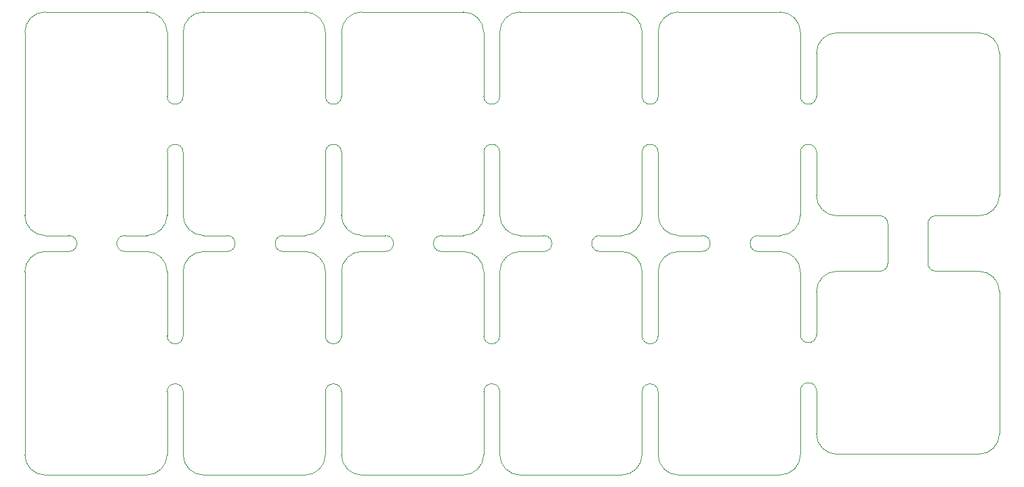
<source format=gbr>
%TF.GenerationSoftware,KiCad,Pcbnew,(6.0.2)*%
%TF.CreationDate,2022-03-22T07:25:02-04:00*%
%TF.ProjectId,Panel_Design_1,50616e65-6c5f-4446-9573-69676e5f312e,rev?*%
%TF.SameCoordinates,Original*%
%TF.FileFunction,Profile,NP*%
%FSLAX46Y46*%
G04 Gerber Fmt 4.6, Leading zero omitted, Abs format (unit mm)*
G04 Created by KiCad (PCBNEW (6.0.2)) date 2022-03-22 07:25:02*
%MOMM*%
%LPD*%
G01*
G04 APERTURE LIST*
%TA.AperFunction,Profile*%
%ADD10C,0.100000*%
%TD*%
G04 APERTURE END LIST*
D10*
X99980001Y-46260001D02*
X99980000Y-38400000D01*
X42639999Y-46260001D02*
G75*
G03*
X45179999Y-48800001I2540001J1D01*
G01*
X42640000Y-38400000D02*
G75*
G03*
X40640000Y-38400000I-1000000J0D01*
G01*
X57880001Y-48800001D02*
G75*
G03*
X60420001Y-46260001I-1J2540001D01*
G01*
X121760001Y-38399999D02*
X121760001Y-43790000D01*
X45179999Y-48800001D02*
X48140000Y-48800000D01*
X82199999Y-46260001D02*
G75*
G03*
X84739999Y-48800001I2540001J1D01*
G01*
X136690001Y-46329999D02*
X142080002Y-46329999D01*
X42640000Y-61340000D02*
X42640000Y-53340000D01*
X99980001Y-53339999D02*
G75*
G03*
X97440001Y-50799999I-2540001J-1D01*
G01*
X62419999Y-76200001D02*
G75*
G03*
X64959999Y-78740001I2540001J1D01*
G01*
X64959999Y-78740001D02*
X77660001Y-78740001D01*
X80200000Y-61340000D02*
G75*
G03*
X82200000Y-61340000I1000000J0D01*
G01*
X94700000Y-48800000D02*
X97440001Y-48800001D01*
X119760001Y-61200001D02*
X119760001Y-53339999D01*
X25400000Y-50800000D02*
G75*
G03*
X22860000Y-53340000I1J-2540001D01*
G01*
X99980000Y-31400000D02*
X99980001Y-23399999D01*
X84740000Y-20860000D02*
X97440001Y-20859999D01*
X62420000Y-61340000D02*
X62420000Y-53340000D01*
X119760001Y-31399999D02*
G75*
G03*
X121760001Y-31399999I1000000J0D01*
G01*
X64960000Y-20860000D02*
G75*
G03*
X62420000Y-23400000I1J-2540001D01*
G01*
X62420000Y-68340000D02*
G75*
G03*
X60420000Y-68340000I-1000000J0D01*
G01*
X64960000Y-50800000D02*
G75*
G03*
X62420000Y-53340000I1J-2540001D01*
G01*
X94700000Y-50800000D02*
X97440001Y-50799999D01*
X135690001Y-52270001D02*
X135690001Y-47329999D01*
X80200000Y-31400000D02*
X80200001Y-23399999D01*
X130690001Y-47329999D02*
G75*
G03*
X129690001Y-46329999I-999999J1D01*
G01*
X67920000Y-50800000D02*
G75*
G03*
X67920000Y-48800000I0J1000000D01*
G01*
X142080001Y-76130001D02*
G75*
G03*
X144620001Y-73590001I-1J2540001D01*
G01*
X119760001Y-61200001D02*
G75*
G03*
X121760001Y-61200001I1000000J0D01*
G01*
X114480000Y-48800000D02*
X117220001Y-48800001D01*
X101980000Y-38400000D02*
X101980000Y-46260000D01*
X135690001Y-52270001D02*
G75*
G03*
X136690001Y-53270001I999999J-1D01*
G01*
X101980000Y-68340000D02*
G75*
G03*
X99980000Y-68340000I-1000000J0D01*
G01*
X119760001Y-76200001D02*
X119760001Y-68200001D01*
X62419999Y-46260001D02*
G75*
G03*
X64959999Y-48800001I2540001J1D01*
G01*
X60420001Y-53339999D02*
G75*
G03*
X57880001Y-50799999I-2540001J-1D01*
G01*
X82200000Y-38400000D02*
G75*
G03*
X80200000Y-38400000I-1000000J0D01*
G01*
X97440001Y-48800001D02*
G75*
G03*
X99980001Y-46260001I-1J2540001D01*
G01*
X64960000Y-20860000D02*
X77660001Y-20859999D01*
X82200000Y-68340000D02*
X82200000Y-76200000D01*
X124300001Y-76130001D02*
X142080001Y-76130001D01*
X121760001Y-68200001D02*
G75*
G03*
X119760001Y-68200001I-1000000J0D01*
G01*
X25400000Y-20860000D02*
X38100001Y-20859999D01*
X87700000Y-50800000D02*
G75*
G03*
X87700000Y-48800000I0J1000000D01*
G01*
X114480000Y-50800000D02*
X117220001Y-50799999D01*
X40640001Y-46260001D02*
X40640000Y-38400000D01*
X60420000Y-61340000D02*
X60420001Y-53339999D01*
X40640000Y-31400000D02*
G75*
G03*
X42640000Y-31400000I1000000J0D01*
G01*
X80200001Y-23399999D02*
G75*
G03*
X77660001Y-20859999I-2540001J-1D01*
G01*
X136690001Y-53270001D02*
X142080001Y-53270001D01*
X101980000Y-38400000D02*
G75*
G03*
X99980000Y-38400000I-1000000J0D01*
G01*
X99980001Y-23399999D02*
G75*
G03*
X97440001Y-20859999I-2540001J-1D01*
G01*
X80200000Y-31400000D02*
G75*
G03*
X82200000Y-31400000I1000000J0D01*
G01*
X28360000Y-50800000D02*
G75*
G03*
X28360000Y-48800000I0J1000000D01*
G01*
X40640000Y-31400000D02*
X40640001Y-23399999D01*
X25399999Y-48800001D02*
X28360000Y-48800000D01*
X42640000Y-68340000D02*
X42640000Y-76200000D01*
X60420001Y-46260001D02*
X60420000Y-38400000D01*
X82200000Y-31400000D02*
X82200000Y-23400000D01*
X40640000Y-68340000D02*
X40640001Y-76200001D01*
X144620001Y-73590001D02*
X144620001Y-55810001D01*
X124300002Y-23469999D02*
G75*
G03*
X121760002Y-26009999I1J-2540001D01*
G01*
X25400000Y-20860000D02*
G75*
G03*
X22860000Y-23400000I1J-2540001D01*
G01*
X117220001Y-78740001D02*
G75*
G03*
X119760001Y-76200001I-1J2540001D01*
G01*
X80200001Y-76200001D02*
X80200000Y-68340000D01*
X74920000Y-48800000D02*
G75*
G03*
X74920000Y-50800000I0J-1000000D01*
G01*
X144620002Y-26009999D02*
G75*
G03*
X142080002Y-23469999I-2540001J-1D01*
G01*
X40640000Y-61340000D02*
X40640001Y-53339999D01*
X136690001Y-46329999D02*
G75*
G03*
X135690001Y-47329999I-1J-999999D01*
G01*
X117220001Y-48800001D02*
G75*
G03*
X119760001Y-46260001I-1J2540001D01*
G01*
X142080002Y-23469999D02*
X124300002Y-23469999D01*
X104520000Y-20860000D02*
G75*
G03*
X101980000Y-23400000I1J-2540001D01*
G01*
X121760001Y-73590001D02*
G75*
G03*
X124300001Y-76130001I2540001J1D01*
G01*
X48140000Y-50800000D02*
G75*
G03*
X48140000Y-48800000I0J1000000D01*
G01*
X94700000Y-48800000D02*
G75*
G03*
X94700000Y-50800000I0J-1000000D01*
G01*
X129690001Y-53270001D02*
G75*
G03*
X130690001Y-52270001I1J999999D01*
G01*
X60420000Y-31400000D02*
G75*
G03*
X62420000Y-31400000I1000000J0D01*
G01*
X84739999Y-78740001D02*
X97440001Y-78740001D01*
X28360000Y-50800000D02*
X25400000Y-50800000D01*
X107480000Y-50800000D02*
G75*
G03*
X107480000Y-48800000I0J1000000D01*
G01*
X119760001Y-53339999D02*
G75*
G03*
X117220001Y-50799999I-2540001J-1D01*
G01*
X55140000Y-48800000D02*
G75*
G03*
X55140000Y-50800000I0J-1000000D01*
G01*
X104519999Y-48800001D02*
X107480000Y-48800000D01*
X104520000Y-50800000D02*
G75*
G03*
X101980000Y-53340000I1J-2540001D01*
G01*
X124300001Y-46330000D02*
X129690001Y-46329999D01*
X45180000Y-20860000D02*
X57880001Y-20859999D01*
X45180000Y-50800000D02*
G75*
G03*
X42640000Y-53340000I1J-2540001D01*
G01*
X119760001Y-23399999D02*
G75*
G03*
X117220001Y-20859999I-2540001J-1D01*
G01*
X35360000Y-48800000D02*
G75*
G03*
X35360000Y-50800000I0J-1000000D01*
G01*
X60420001Y-23399999D02*
G75*
G03*
X57880001Y-20859999I-2540001J-1D01*
G01*
X55140000Y-50800000D02*
X57880001Y-50799999D01*
X67920000Y-50800000D02*
X64960000Y-50800000D01*
X40640001Y-53339999D02*
G75*
G03*
X38100001Y-50799999I-2540001J-1D01*
G01*
X74920000Y-50800000D02*
X77660001Y-50799999D01*
X42639999Y-76200001D02*
G75*
G03*
X45179999Y-78740001I2540001J1D01*
G01*
X101979999Y-76200001D02*
G75*
G03*
X104519999Y-78740001I2540001J1D01*
G01*
X97440001Y-78740001D02*
G75*
G03*
X99980001Y-76200001I-1J2540001D01*
G01*
X64959999Y-48800001D02*
X67920000Y-48800000D01*
X99980000Y-61340000D02*
G75*
G03*
X101980000Y-61340000I1000000J0D01*
G01*
X104519999Y-78740001D02*
X117220001Y-78740001D01*
X84740000Y-20860000D02*
G75*
G03*
X82200000Y-23400000I1J-2540001D01*
G01*
X60420000Y-31400000D02*
X60420001Y-23399999D01*
X121760001Y-61200001D02*
X121760001Y-55810001D01*
X74920000Y-48800000D02*
X77660001Y-48800001D01*
X104520000Y-20860000D02*
X117220001Y-20859999D01*
X87700000Y-50800000D02*
X84740000Y-50800000D01*
X55140000Y-48800000D02*
X57880001Y-48800001D01*
X121760001Y-43790000D02*
G75*
G03*
X124300001Y-46330000I2540001J1D01*
G01*
X77660001Y-48800001D02*
G75*
G03*
X80200001Y-46260001I-1J2540001D01*
G01*
X40640000Y-61340000D02*
G75*
G03*
X42640000Y-61340000I1000000J0D01*
G01*
X80200001Y-53339999D02*
G75*
G03*
X77660001Y-50799999I-2540001J-1D01*
G01*
X45180000Y-20860000D02*
G75*
G03*
X42640000Y-23400000I1J-2540001D01*
G01*
X99980000Y-61340000D02*
X99980001Y-53339999D01*
X38100001Y-48800001D02*
G75*
G03*
X40640001Y-46260001I-1J2540001D01*
G01*
X130690001Y-52270001D02*
X130690001Y-47329999D01*
X101980000Y-68340000D02*
X101980000Y-76200000D01*
X22860000Y-53340000D02*
X22860000Y-76200000D01*
X62420000Y-68340000D02*
X62420000Y-76200000D01*
X62420000Y-31400000D02*
X62420000Y-23400000D01*
X82200000Y-61340000D02*
X82200000Y-53340000D01*
X35360000Y-48800000D02*
X38100001Y-48800001D01*
X119760001Y-31399999D02*
X119760001Y-23399999D01*
X129690001Y-53270001D02*
X124300001Y-53270001D01*
X107480000Y-50800000D02*
X104520000Y-50800000D01*
X121760001Y-68200001D02*
X121760001Y-73590001D01*
X22860000Y-23400000D02*
X22860000Y-46260000D01*
X82199999Y-76200001D02*
G75*
G03*
X84739999Y-78740001I2540001J1D01*
G01*
X57880001Y-78740001D02*
G75*
G03*
X60420001Y-76200001I-1J2540001D01*
G01*
X42640000Y-38400000D02*
X42640000Y-46260000D01*
X77660001Y-78740001D02*
G75*
G03*
X80200001Y-76200001I-1J2540001D01*
G01*
X144620001Y-55810001D02*
G75*
G03*
X142080001Y-53270001I-2540001J-1D01*
G01*
X121760001Y-31399999D02*
X121760002Y-26009999D01*
X35360000Y-50800000D02*
X38100001Y-50799999D01*
X42640000Y-68340000D02*
G75*
G03*
X40640000Y-68340000I-1000000J0D01*
G01*
X114480000Y-48800000D02*
G75*
G03*
X114480000Y-50800000I0J-1000000D01*
G01*
X45179999Y-78740001D02*
X57880001Y-78740001D01*
X38100001Y-78740001D02*
G75*
G03*
X40640001Y-76200001I-1J2540001D01*
G01*
X99980000Y-68340000D02*
X99980001Y-76200001D01*
X142080002Y-46329999D02*
G75*
G03*
X144620002Y-43789999I-1J2540001D01*
G01*
X80200001Y-46260001D02*
X80200000Y-38400000D01*
X84740000Y-50800000D02*
G75*
G03*
X82200000Y-53340000I1J-2540001D01*
G01*
X60420000Y-68340000D02*
X60420001Y-76200001D01*
X124300001Y-53270001D02*
G75*
G03*
X121760001Y-55810001I1J-2540001D01*
G01*
X101980000Y-31400000D02*
X101980000Y-23400000D01*
X80200000Y-61340000D02*
X80200001Y-53339999D01*
X48140000Y-50800000D02*
X45180000Y-50800000D01*
X101980000Y-61340000D02*
X101980000Y-53340000D01*
X99980000Y-31400000D02*
G75*
G03*
X101980000Y-31400000I1000000J0D01*
G01*
X121760001Y-38399999D02*
G75*
G03*
X119760001Y-38399999I-1000000J0D01*
G01*
X82200000Y-68340000D02*
G75*
G03*
X80200000Y-68340000I-1000000J0D01*
G01*
X82200000Y-38400000D02*
X82200000Y-46260000D01*
X22859999Y-76200001D02*
G75*
G03*
X25399999Y-78740001I2540001J1D01*
G01*
X62420000Y-38400000D02*
X62420000Y-46260000D01*
X62420000Y-38400000D02*
G75*
G03*
X60420000Y-38400000I-1000000J0D01*
G01*
X60420000Y-61340000D02*
G75*
G03*
X62420000Y-61340000I1000000J0D01*
G01*
X119760001Y-46260001D02*
X119760001Y-38399999D01*
X84739999Y-48800001D02*
X87700000Y-48800000D01*
X40640001Y-23399999D02*
G75*
G03*
X38100001Y-20859999I-2540001J-1D01*
G01*
X144620002Y-43789999D02*
X144620002Y-26009999D01*
X22859999Y-46260001D02*
G75*
G03*
X25399999Y-48800001I2540001J1D01*
G01*
X25399999Y-78740001D02*
X38100001Y-78740001D01*
X42640000Y-31400000D02*
X42640000Y-23400000D01*
X101979999Y-46260001D02*
G75*
G03*
X104519999Y-48800001I2540001J1D01*
G01*
M02*

</source>
